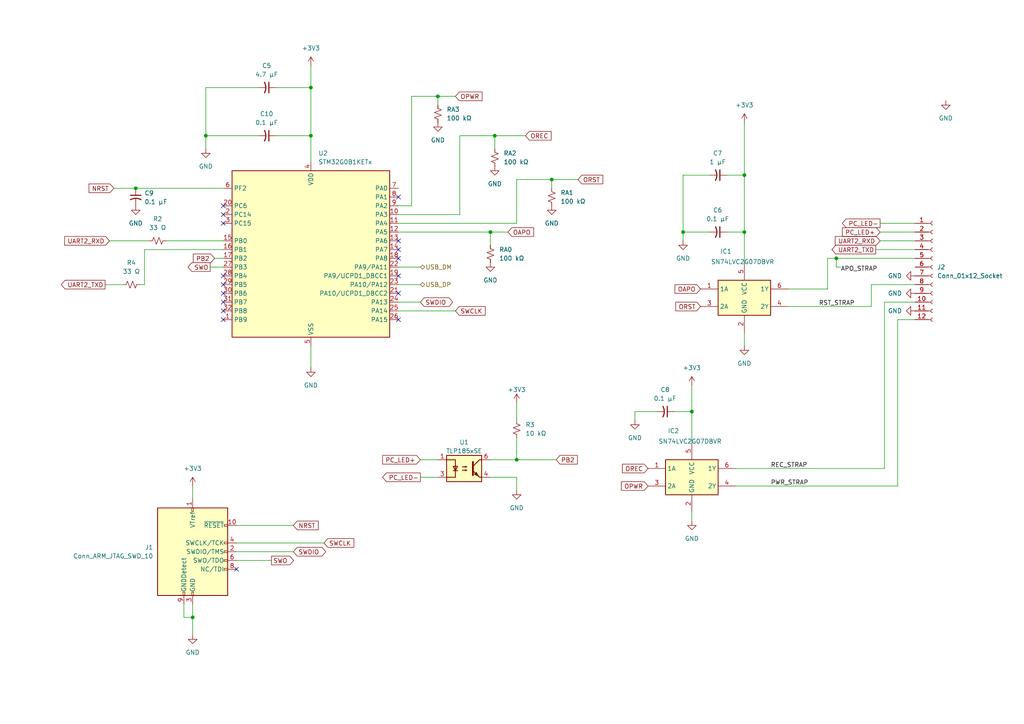
<source format=kicad_sch>
(kicad_sch (version 20250114) (generator "eeschema") (generator_version "9.0")
  (paper "A4")
  (lib_symbols
    (symbol "Connector:Conn_01x12_Socket" (pin_names (offset 1.016) (hide yes))
      (property "Reference" "J" (at 0 15.24 0))
      (property "Value" "Conn_01x12_Socket" (at 0 -17.78 0))
      (symbol "Conn_01x12_Socket_1_1"
        (polyline (pts (xy -1.27 12.7) (xy -0.508 12.7)) (stroke (width 0.1524)))
        (polyline (pts (xy -1.27 10.16) (xy -0.508 10.16)) (stroke (width 0.1524)))
        (polyline (pts (xy -1.27 7.62) (xy -0.508 7.62)) (stroke (width 0.1524)))
        (polyline (pts (xy -1.27 5.08) (xy -0.508 5.08)) (stroke (width 0.1524)))
        (polyline (pts (xy -1.27 2.54) (xy -0.508 2.54)) (stroke (width 0.1524)))
        (polyline (pts (xy -1.27 0) (xy -0.508 0)) (stroke (width 0.1524)))
        (polyline (pts (xy -1.27 -2.54) (xy -0.508 -2.54)) (stroke (width 0.1524)))
        (polyline (pts (xy -1.27 -5.08) (xy -0.508 -5.08)) (stroke (width 0.1524)))
        (polyline (pts (xy -1.27 -7.62) (xy -0.508 -7.62)) (stroke (width 0.1524)))
        (polyline (pts (xy -1.27 -10.16) (xy -0.508 -10.16)) (stroke (width 0.1524)))
        (polyline (pts (xy -1.27 -12.7) (xy -0.508 -12.7)) (stroke (width 0.1524)))
        (polyline (pts (xy -1.27 -15.24) (xy -0.508 -15.24)) (stroke (width 0.1524)))
        (arc (start 0 12.192) (mid -0.5058 12.7) (end 0 13.208) (stroke (width 0.1524)))
        (arc (start 0 9.652) (mid -0.5058 10.16) (end 0 10.668) (stroke (width 0.1524)))
        (arc (start 0 7.112) (mid -0.5058 7.62) (end 0 8.128) (stroke (width 0.1524)))
        (arc (start 0 4.572) (mid -0.5058 5.08) (end 0 5.588) (stroke (width 0.1524)))
        (arc (start 0 2.032) (mid -0.5058 2.54) (end 0 3.048) (stroke (width 0.1524)))
        (arc (start 0 -0.508) (mid -0.5058 0) (end 0 0.508) (stroke (width 0.1524)))
        (arc (start 0 -3.048) (mid -0.5058 -2.54) (end 0 -2.032) (stroke (width 0.1524)))
        (arc (start 0 -5.588) (mid -0.5058 -5.08) (end 0 -4.572) (stroke (width 0.1524)))
        (arc (start 0 -8.128) (mid -0.5058 -7.62) (end 0 -7.112) (stroke (width 0.1524)))
        (arc (start 0 -10.668) (mid -0.5058 -10.16) (end 0 -9.652) (stroke (width 0.1524)))
        (arc (start 0 -13.208) (mid -0.5058 -12.7) (end 0 -12.192) (stroke (width 0.1524)))
        (arc (start 0 -15.748) (mid -0.5058 -15.24) (end 0 -14.732) (stroke (width 0.1524)))
        (pin passive line (at -5.08 12.7 0) (length 3.81) (name "Pin_1") (number "1"))
        (pin passive line (at -5.08 10.16 0) (length 3.81) (name "Pin_2") (number "2"))
        (pin passive line (at -5.08 7.62 0) (length 3.81) (name "Pin_3") (number "3"))
        (pin passive line (at -5.08 5.08 0) (length 3.81) (name "Pin_4") (number "4"))
        (pin passive line (at -5.08 2.54 0) (length 3.81) (name "Pin_5") (number "5"))
        (pin passive line (at -5.08 0 0) (length 3.81) (name "Pin_6") (number "6"))
        (pin passive line (at -5.08 -2.54 0) (length 3.81) (name "Pin_7") (number "7"))
        (pin passive line (at -5.08 -5.08 0) (length 3.81) (name "Pin_8") (number "8"))
        (pin passive line (at -5.08 -7.62 0) (length 3.81) (name "Pin_9") (number "9"))
        (pin passive line (at -5.08 -10.16 0) (length 3.81) (name "Pin_10") (number "10"))
        (pin passive line (at -5.08 -12.7 0) (length 3.81) (name "Pin_11") (number "11"))
        (pin passive line (at -5.08 -15.24 0) (length 3.81) (name "Pin_12") (number "12"))
      )
    )
    (symbol "Connector:Conn_ARM_JTAG_SWD_10" (pin_names (offset 1.016))
      (property "Reference" "J2" (at -11.43 1.2701 0))
      (property "Value" "Conn_ARM_JTAG_SWD_10" (at -11.43 -1.2699 0))
      (symbol "Conn_ARM_JTAG_SWD_10_0_1"
        (rectangle (start -10.16 12.7) (end 10.16 -12.7) (stroke (width 0.254)) (fill (type background)))
        (rectangle (start -2.794 -12.7) (end -2.286 -11.684))
        (rectangle (start -0.254 12.7) (end 0.254 11.684))
        (rectangle (start -0.254 -12.7) (end 0.254 -11.684))
        (rectangle (start 9.144 2.286) (end 10.16 2.794))
        (rectangle (start 10.16 7.874) (end 9.144 7.366))
        (rectangle (start 10.16 -0.254) (end 9.144 0.254))
        (rectangle (start 10.16 -2.794) (end 9.144 -2.286))
      )
      (symbol "Conn_ARM_JTAG_SWD_10_1_1"
        (rectangle (start 9.144 -5.334) (end 10.16 -4.826))
        (pin no_connect line (at -10.16 0 0) (length 2.54) (hide yes) (name "KEY") (number "7"))
        (pin passive line (at -2.54 -15.24 90) (length 2.54) (name "GNDDetect") (number "9"))
        (pin power_in line (at 0 15.24 270) (length 2.54) (name "VTref") (number "1"))
        (pin power_in line (at 0 -15.24 90) (length 2.54) (name "GND") (number "3"))
        (pin passive line (at 0 -15.24 90) (length 2.54) (hide yes) (name "GND") (number "5"))
        (pin open_collector line (at 12.7 7.62 180) (length 2.54) (name "~{RESET}") (number "10"))
        (pin output line (at 12.7 2.54 180) (length 2.54) (name "SWCLK/TCK") (number "4"))
        (pin bidirectional line (at 12.7 0 180) (length 2.54) (name "SWDIO/TMS") (number "2"))
        (pin input line (at 12.7 -2.54 180) (length 2.54) (name "SWO/TDO") (number "6"))
        (pin output line (at 12.7 -5.08 180) (length 2.54) (name "NC/TDI") (number "8"))
      )
    )
    (symbol "Device:C_Small_US" (pin_numbers (hide yes)) (pin_names (offset 0.254) (hide yes))
      (property "Reference" "C" (at 0.254 1.778 0))
      (property "Value" "C_Small_US" (at 0.254 -2.032 0))
      (symbol "C_Small_US_0_1"
        (polyline (pts (xy -1.524 0.508) (xy 1.524 0.508)) (stroke (width 0.3048)))
        (arc (start -1.524 -0.762) (mid 0 -0.3734) (end 1.524 -0.762) (stroke (width 0.3048)))
      )
      (symbol "C_Small_US_1_1"
        (pin passive line (at 0 2.54 270) (length 2.032) (name "~") (number "1"))
        (pin passive line (at 0 -2.54 90) (length 2.032) (name "~") (number "2"))
      )
    )
    (symbol "Device:R_Small_US" (pin_numbers (hide yes)) (pin_names (offset 0.254) (hide yes))
      (property "Reference" "R" (at 0.762 0.508 0))
      (property "Value" "R_Small_US" (at 0.762 -1.016 0))
      (symbol "R_Small_US_1_1"
        (polyline (pts (xy 0 1.524) (xy 1.016 1.143) (xy 0 0.762) (xy -1.016 0.381) (xy 0 0)))
        (polyline (pts (xy 0 0) (xy 1.016 -0.381) (xy 0 -0.762) (xy -1.016 -1.143) (xy 0 -1.524)))
        (pin passive line (at 0 2.54 270) (length 1.016) (name "~") (number "1"))
        (pin passive line (at 0 -2.54 90) (length 1.016) (name "~") (number "2"))
      )
    )
    (symbol "Isolator:TLP185xSE"
      (property "Reference" "U" (at -5.08 5.08 0))
      (property "Value" "TLP185xSE" (at -5.08 -5.08 0))
      (symbol "TLP185xSE_0_1"
        (rectangle (start -5.08 3.81) (end 5.08 -3.81) (stroke (width 0.254)) (fill (type background)))
        (polyline (pts (xy -5.08 -2.54) (xy -2.54 -2.54) (xy -2.54 2.54) (xy -5.08 2.54)) (stroke (width 0.254)))
        (polyline (pts (xy -3.175 -0.635) (xy -1.905 -0.635)) (stroke (width 0.254)))
        (polyline (pts (xy -2.54 -0.635) (xy -3.175 0.635) (xy -1.905 0.635) (xy -2.54 -0.635)) (stroke (width 0.254)))
        (polyline (pts (xy -0.508 0.508) (xy 0.762 0.508) (xy 0.381 0.381) (xy 0.381 0.635) (xy 0.762 0.508)) (stroke (width 0.254)))
        (polyline (pts (xy -0.508 -0.508) (xy 0.762 -0.508) (xy 0.381 -0.635) (xy 0.381 -0.381) (xy 0.762 -0.508)) (stroke (width 0.254)))
        (polyline (pts (xy 2.54 1.905) (xy 2.54 -1.905)) (stroke (width 0.508)))
        (polyline (pts (xy 3.048 -1.651) (xy 3.556 -1.143) (xy 4.064 -2.159) (xy 3.048 -1.651)) (stroke (width 0.254)) (fill (type outline)))
        (polyline (pts (xy 5.08 2.54) (xy 4.445 2.54) (xy 2.54 0.635)) (stroke (width 0.254)))
        (polyline (pts (xy 5.08 -2.54) (xy 4.445 -2.54) (xy 2.54 -0.635)) (stroke (width 0.254)))
      )
      (symbol "TLP185xSE_1_1"
        (pin passive line (at -7.62 2.54 0) (length 2.54) (name "~") (number "1"))
        (pin passive line (at -7.62 -2.54 0) (length 2.54) (name "~") (number "3"))
        (pin passive line (at 7.62 2.54 180) (length 2.54) (name "~") (number "6"))
        (pin passive line (at 7.62 -2.54 180) (length 2.54) (name "~") (number "4"))
      )
    )
    (symbol "MCU_ST_STM32G0:STM32G0B1KETx"
      (property "Reference" "U" (at -22.86 26.67 0))
      (property "Value" "STM32G0B1KETx" (at 2.54 26.67 0))
      (symbol "STM32G0B1KETx_0_1"
        (rectangle (start -22.86 -22.86) (end 22.86 25.4) (stroke (width 0.254)) (fill (type background)))
      )
      (symbol "STM32G0B1KETx_1_1"
        (pin bidirectional line (at -25.4 20.32 0) (length 2.54) (name "PF2") (number "6"))
        (pin bidirectional line (at -25.4 15.24 0) (length 2.54) (name "PC6") (number "20"))
        (pin bidirectional line (at -25.4 12.7 0) (length 2.54) (name "PC14") (number "2"))
        (pin bidirectional line (at -25.4 10.16 0) (length 2.54) (name "PC15") (number "3"))
        (pin bidirectional line (at -25.4 5.08 0) (length 2.54) (name "PB0") (number "15"))
        (pin bidirectional line (at -25.4 2.54 0) (length 2.54) (name "PB1") (number "16"))
        (pin bidirectional line (at -25.4 0 0) (length 2.54) (name "PB2") (number "17"))
        (pin bidirectional line (at -25.4 -2.54 0) (length 2.54) (name "PB3") (number "27"))
        (pin bidirectional line (at -25.4 -5.08 0) (length 2.54) (name "PB4") (number "28"))
        (pin bidirectional line (at -25.4 -7.62 0) (length 2.54) (name "PB5") (number "29"))
        (pin bidirectional line (at -25.4 -10.16 0) (length 2.54) (name "PB6") (number "30"))
        (pin bidirectional line (at -25.4 -12.7 0) (length 2.54) (name "PB7") (number "31"))
        (pin bidirectional line (at -25.4 -15.24 0) (length 2.54) (name "PB8") (number "32"))
        (pin bidirectional line (at -25.4 -17.78 0) (length 2.54) (name "PB9") (number "1"))
        (pin power_in line (at 0 27.94 270) (length 2.54) (name "VDD") (number "4"))
        (pin power_in line (at 0 -25.4 90) (length 2.54) (name "VSS") (number "5"))
        (pin bidirectional line (at 25.4 20.32 180) (length 2.54) (name "PA0") (number "7"))
        (pin bidirectional line (at 25.4 17.78 180) (length 2.54) (name "PA1") (number "8"))
        (pin bidirectional line (at 25.4 15.24 180) (length 2.54) (name "PA2") (number "9"))
        (pin bidirectional line (at 25.4 12.7 180) (length 2.54) (name "PA3") (number "10"))
        (pin bidirectional line (at 25.4 10.16 180) (length 2.54) (name "PA4") (number "11"))
        (pin bidirectional line (at 25.4 7.62 180) (length 2.54) (name "PA5") (number "12"))
        (pin bidirectional line (at 25.4 5.08 180) (length 2.54) (name "PA6") (number "13"))
        (pin bidirectional line (at 25.4 2.54 180) (length 2.54) (name "PA7") (number "14"))
        (pin bidirectional line (at 25.4 0 180) (length 2.54) (name "PA8") (number "18"))
        (pin bidirectional line (at 25.4 -2.54 180) (length 2.54) (name "PA9/PA11") (number "22"))
        (pin bidirectional line (at 25.4 -5.08 180) (length 2.54) (name "PA9/UCPD1_DBCC1") (number "19"))
        (pin bidirectional line (at 25.4 -7.62 180) (length 2.54) (name "PA10/PA12") (number "23"))
        (pin bidirectional line (at 25.4 -10.16 180) (length 2.54) (name "PA10/UCPD1_DBCC2") (number "21"))
        (pin bidirectional line (at 25.4 -12.7 180) (length 2.54) (name "PA13") (number "24"))
        (pin bidirectional line (at 25.4 -15.24 180) (length 2.54) (name "PA14") (number "25"))
        (pin bidirectional line (at 25.4 -17.78 180) (length 2.54) (name "PA15") (number "26"))
      )
    )
    (symbol "SN74LVC2G07DBVR_1"
      (property "Reference" "IC1" (at 7.366 9.906 0))
      (property "Value" "SN74LVC2G07DBVR" (at 12.192 6.858 0))
      (symbol "SN74LVC2G07DBVR_1_1_1"
        (rectangle (start 5.08 2.54) (end 20.32 -7.62) (stroke (width 0.254)) (fill (type background)))
        (pin passive line (at 0 0 0) (length 5.08) (name "1A") (number "1"))
        (pin passive line (at 0 -5.08 0) (length 5.08) (name "2A") (number "3"))
        (pin passive line (at 12.7 7.62 270) (length 5.08) (name "VCC") (number "5"))
        (pin passive line (at 12.7 -12.7 90) (length 5.08) (name "GND") (number "2"))
        (pin passive line (at 25.4 0 180) (length 5.08) (name "1Y") (number "6"))
        (pin passive line (at 25.4 -5.08 180) (length 5.08) (name "2Y") (number "4"))
      )
    )
    (symbol "power:+3V3" (power) (pin_numbers (hide yes)) (pin_names (offset 0) (hide yes))
      (property "Value" "+3V3" (at 0 3.556 0))
      (symbol "+3V3_0_1"
        (polyline (pts (xy -0.762 1.27) (xy 0 2.54)))
        (polyline (pts (xy 0 2.54) (xy 0.762 1.27)))
        (polyline (pts (xy 0 0) (xy 0 2.54)))
      )
      (symbol "+3V3_1_1"
        (pin power_in line (at 0 0 90) (length 0) (name "~") (number "1"))
      )
    )
    (symbol "power:GND" (power) (pin_numbers (hide yes)) (pin_names (offset 0) (hide yes))
      (property "Value" "GND" (at 0 -3.81 0))
      (symbol "GND_0_1"
        (polyline (pts (xy 0 0) (xy 0 -1.27) (xy 1.27 -1.27) (xy 0 -2.54) (xy -1.27 -1.27) (xy 0 -1.27)))
      )
      (symbol "GND_1_1"
        (pin power_in line (at 0 0 270) (length 0) (name "~") (number "1"))
      )
    )
  )
  (junction (at 242.57 74.93))
  (junction (at 90.17 39.37))
  (junction (at 143.51 39.37))
  (junction (at 127 27.94))
  (junction (at 160.02 52.07))
  (junction (at 200.66 119.38))
  (junction (at 149.86 133.35))
  (junction (at 142.24 67.31))
  (junction (at 215.9 50.8))
  (junction (at 55.88 179.07))
  (junction (at 39.37 54.61))
  (junction (at 90.17 25.4))
  (junction (at 215.9 67.31))
  (junction (at 59.69 39.37))
  (junction (at 198.12 67.31))
  (no_connect (at 115.57 72.39))
  (no_connect (at 64.77 80.01))
  (no_connect (at 115.57 57.15))
  (no_connect (at 115.57 69.85))
  (no_connect (at 64.77 62.23))
  (no_connect (at 115.57 92.71))
  (no_connect (at 64.77 59.69))
  (no_connect (at 64.77 92.71))
  (no_connect (at 64.77 87.63))
  (no_connect (at 115.57 80.01))
  (no_connect (at 68.58 165.1))
  (no_connect (at 64.77 64.77))
  (no_connect (at 64.77 85.09))
  (no_connect (at 64.77 90.17))
  (no_connect (at 64.77 82.55))
  (no_connect (at 115.57 85.09))
  (no_connect (at 115.57 74.93))
  (wire (pts (xy 149.86 133.35) (xy 161.29 133.35)))
  (wire (pts (xy 215.9 96.52) (xy 215.9 100.33)))
  (wire (pts (xy 198.12 67.31) (xy 205.74 67.31)))
  (wire (pts (xy 200.66 111.76) (xy 200.66 119.38)))
  (wire (pts (xy 142.24 138.43) (xy 149.86 138.43)))
  (wire (pts (xy 127 27.94) (xy 127 30.48)))
  (wire (pts (xy 160.02 52.07) (xy 160.02 54.61)))
  (wire (pts (xy 48.26 69.85) (xy 64.77 69.85)))
  (wire (pts (xy 198.12 69.85) (xy 198.12 67.31)))
  (wire (pts (xy 90.17 19.05) (xy 90.17 25.4)))
  (wire (pts (xy 115.57 67.31) (xy 142.24 67.31)))
  (wire (pts (xy 115.57 59.69) (xy 119.38 59.69)))
  (wire (pts (xy 80.01 39.37) (xy 90.17 39.37)))
  (wire (pts (xy 119.38 27.94) (xy 119.38 59.69)))
  (wire (pts (xy 115.57 87.63) (xy 121.92 87.63)))
  (wire (pts (xy 115.57 82.55) (xy 121.92 82.55)))
  (wire (pts (xy 252.73 88.9) (xy 252.73 82.55)))
  (wire (pts (xy 143.51 39.37) (xy 152.4 39.37)))
  (wire (pts (xy 62.23 74.93) (xy 64.77 74.93)))
  (wire (pts (xy 119.38 27.94) (xy 127 27.94)))
  (wire (pts (xy 242.57 77.47) (xy 242.57 74.93)))
  (wire (pts (xy 115.57 62.23) (xy 133.35 62.23)))
  (wire (pts (xy 142.24 133.35) (xy 149.86 133.35)))
  (wire (pts (xy 228.6 88.9) (xy 252.73 88.9)))
  (wire (pts (xy 252.73 82.55) (xy 265.43 82.55)))
  (wire (pts (xy 115.57 77.47) (xy 121.92 77.47)))
  (wire (pts (xy 133.35 39.37) (xy 143.51 39.37)))
  (wire (pts (xy 149.86 138.43) (xy 149.86 142.24)))
  (wire (pts (xy 121.92 133.35) (xy 127 133.35)))
  (wire (pts (xy 210.82 67.31) (xy 215.9 67.31)))
  (wire (pts (xy 243.84 77.47) (xy 242.57 77.47)))
  (wire (pts (xy 240.03 83.82) (xy 228.6 83.82)))
  (wire (pts (xy 115.57 64.77) (xy 149.86 64.77)))
  (wire (pts (xy 53.34 179.07) (xy 55.88 179.07)))
  (wire (pts (xy 215.9 35.56) (xy 215.9 50.8)))
  (wire (pts (xy 142.24 67.31) (xy 142.24 71.12)))
  (wire (pts (xy 242.57 74.93) (xy 265.43 74.93)))
  (wire (pts (xy 41.91 82.55) (xy 41.91 72.39)))
  (wire (pts (xy 127 27.94) (xy 132.08 27.94)))
  (wire (pts (xy 184.15 119.38) (xy 190.5 119.38)))
  (wire (pts (xy 256.54 87.63) (xy 265.43 87.63)))
  (wire (pts (xy 68.58 157.48) (xy 93.98 157.48)))
  (wire (pts (xy 115.57 90.17) (xy 132.08 90.17)))
  (wire (pts (xy 55.88 179.07) (xy 55.88 184.15)))
  (wire (pts (xy 59.69 39.37) (xy 59.69 43.18)))
  (wire (pts (xy 33.02 54.61) (xy 39.37 54.61)))
  (wire (pts (xy 149.86 116.84) (xy 149.86 121.92)))
  (wire (pts (xy 215.9 50.8) (xy 215.9 67.31)))
  (wire (pts (xy 68.58 162.56) (xy 78.74 162.56)))
  (wire (pts (xy 40.64 82.55) (xy 41.91 82.55)))
  (wire (pts (xy 80.01 25.4) (xy 90.17 25.4)))
  (wire (pts (xy 68.58 152.4) (xy 85.09 152.4)))
  (wire (pts (xy 68.58 160.02) (xy 85.09 160.02)))
  (wire (pts (xy 213.36 140.97) (xy 260.35 140.97)))
  (wire (pts (xy 256.54 135.89) (xy 256.54 87.63)))
  (wire (pts (xy 90.17 100.33) (xy 90.17 106.68)))
  (wire (pts (xy 133.35 62.23) (xy 133.35 39.37)))
  (wire (pts (xy 198.12 50.8) (xy 198.12 67.31)))
  (wire (pts (xy 121.92 138.43) (xy 127 138.43)))
  (wire (pts (xy 74.93 25.4) (xy 59.69 25.4)))
  (wire (pts (xy 74.93 39.37) (xy 59.69 39.37)))
  (wire (pts (xy 215.9 50.8) (xy 210.82 50.8)))
  (wire (pts (xy 39.37 54.61) (xy 64.77 54.61)))
  (wire (pts (xy 55.88 175.26) (xy 55.88 179.07)))
  (wire (pts (xy 31.75 69.85) (xy 43.18 69.85)))
  (wire (pts (xy 254 72.39) (xy 265.43 72.39)))
  (wire (pts (xy 149.86 52.07) (xy 160.02 52.07)))
  (wire (pts (xy 200.66 148.59) (xy 200.66 151.13)))
  (wire (pts (xy 53.34 175.26) (xy 53.34 179.07)))
  (wire (pts (xy 184.15 121.92) (xy 184.15 119.38)))
  (wire (pts (xy 260.35 92.71) (xy 265.43 92.71)))
  (wire (pts (xy 149.86 64.77) (xy 149.86 52.07)))
  (wire (pts (xy 60.96 77.47) (xy 64.77 77.47)))
  (wire (pts (xy 240.03 74.93) (xy 240.03 83.82)))
  (wire (pts (xy 90.17 39.37) (xy 90.17 46.99)))
  (wire (pts (xy 160.02 52.07) (xy 167.64 52.07)))
  (wire (pts (xy 90.17 25.4) (xy 90.17 39.37)))
  (wire (pts (xy 200.66 119.38) (xy 200.66 128.27)))
  (wire (pts (xy 255.27 64.77) (xy 265.43 64.77)))
  (wire (pts (xy 59.69 25.4) (xy 59.69 39.37)))
  (wire (pts (xy 255.27 69.85) (xy 265.43 69.85)))
  (wire (pts (xy 213.36 135.89) (xy 256.54 135.89)))
  (wire (pts (xy 195.58 119.38) (xy 200.66 119.38)))
  (wire (pts (xy 30.48 82.55) (xy 35.56 82.55)))
  (wire (pts (xy 55.88 140.97) (xy 55.88 144.78)))
  (wire (pts (xy 240.03 74.93) (xy 242.57 74.93)))
  (wire (pts (xy 41.91 72.39) (xy 64.77 72.39)))
  (wire (pts (xy 205.74 50.8) (xy 198.12 50.8)))
  (wire (pts (xy 255.27 67.31) (xy 265.43 67.31)))
  (wire (pts (xy 215.9 67.31) (xy 215.9 76.2)))
  (wire (pts (xy 142.24 67.31) (xy 147.32 67.31)))
  (wire (pts (xy 260.35 140.97) (xy 260.35 92.71)))
  (wire (pts (xy 143.51 39.37) (xy 143.51 43.18)))
  (wire (pts (xy 149.86 127) (xy 149.86 133.35)))
  (label "PWR_STRAP" (at 223.52 140.97 0))
  (label "APO_STRAP" (at 243.84 77.47 0))
  (label "REC_STRAP" (at 223.52 135.89 0))
  (label "RST_STRAP" (at 237.49 88.9 0))
  (global_label "UART2_RXD" (shape input) (at 31.75 69.85 180) (property "Intersheetrefs" "${INTERSHEET_REFS}" (effects (hide yes))))
  (global_label "OREC" (shape input) (at 152.4 39.37 0) (property "Intersheetrefs" "${INTERSHEET_REFS}" (effects (hide yes))))
  (global_label "SWCLK" (shape input) (at 132.08 90.17 0) (property "Intersheetrefs" "${INTERSHEET_REFS}" (effects (hide yes))))
  (global_label "UART2_TXD" (shape output) (at 30.48 82.55 180) (property "Intersheetrefs" "${INTERSHEET_REFS}" (effects (hide yes))))
  (global_label "SWDIO" (shape bidirectional) (at 85.09 160.02 0) (property "Intersheetrefs" "${INTERSHEET_REFS}" (effects (hide yes))))
  (global_label "SWO" (shape output) (at 78.74 162.56 0) (property "Intersheetrefs" "${INTERSHEET_REFS}" (effects (hide yes))))
  (global_label "SWO" (shape output) (at 60.96 77.47 180) (property "Intersheetrefs" "${INTERSHEET_REFS}" (effects (hide yes))))
  (global_label "PC_LED-" (shape output) (at 121.92 138.43 180) (property "Intersheetrefs" "${INTERSHEET_REFS}" (effects (hide yes))))
  (global_label "ORST" (shape input) (at 203.2 88.9 180) (property "Intersheetrefs" "${INTERSHEET_REFS}" (effects (hide yes))))
  (global_label "NRST" (shape input) (at 33.02 54.61 180) (property "Intersheetrefs" "${INTERSHEET_REFS}" (effects (hide yes))))
  (global_label "OPWR" (shape input) (at 187.96 140.97 180) (property "Intersheetrefs" "${INTERSHEET_REFS}" (effects (hide yes))))
  (global_label "ORST" (shape input) (at 167.64 52.07 0) (property "Intersheetrefs" "${INTERSHEET_REFS}" (effects (hide yes))))
  (global_label "SWDIO" (shape bidirectional) (at 121.92 87.63 0) (property "Intersheetrefs" "${INTERSHEET_REFS}" (effects (hide yes))))
  (global_label "SWCLK" (shape input) (at 93.98 157.48 0) (property "Intersheetrefs" "${INTERSHEET_REFS}" (effects (hide yes))))
  (global_label "PB2" (shape input) (at 62.23 74.93 180) (property "Intersheetrefs" "${INTERSHEET_REFS}" (effects (hide yes))))
  (global_label "OAPO" (shape input) (at 147.32 67.31 0) (property "Intersheetrefs" "${INTERSHEET_REFS}" (effects (hide yes))))
  (global_label "PC_LED-" (shape output) (at 255.27 64.77 180) (property "Intersheetrefs" "${INTERSHEET_REFS}" (effects (hide yes))))
  (global_label "PC_LED+" (shape input) (at 121.92 133.35 180) (property "Intersheetrefs" "${INTERSHEET_REFS}" (effects (hide yes))))
  (global_label "PC_LED+" (shape input) (at 255.27 67.31 180) (property "Intersheetrefs" "${INTERSHEET_REFS}" (effects (hide yes))))
  (global_label "OPWR" (shape input) (at 132.08 27.94 0) (property "Intersheetrefs" "${INTERSHEET_REFS}" (effects (hide yes))))
  (global_label "UART2_TXD" (shape output) (at 254 72.39 180) (property "Intersheetrefs" "${INTERSHEET_REFS}" (effects (hide yes))))
  (global_label "OREC" (shape input) (at 187.96 135.89 180) (property "Intersheetrefs" "${INTERSHEET_REFS}" (effects (hide yes))))
  (global_label "NRST" (shape input) (at 85.09 152.4 0) (property "Intersheetrefs" "${INTERSHEET_REFS}" (effects (hide yes))))
  (global_label "UART2_RXD" (shape input) (at 255.27 69.85 180) (property "Intersheetrefs" "${INTERSHEET_REFS}" (effects (hide yes))))
  (global_label "PB2" (shape input) (at 161.29 133.35 0) (property "Intersheetrefs" "${INTERSHEET_REFS}" (effects (hide yes))))
  (global_label "OAPO" (shape input) (at 203.2 83.82 180) (property "Intersheetrefs" "${INTERSHEET_REFS}" (effects (hide yes))))
  (hierarchical_label "USB_DM" (shape bidirectional) (at 121.92 77.47 0))
  (hierarchical_label "USB_DP" (shape bidirectional) (at 121.92 82.55 0))
  (symbol (lib_id "Device:R_Small_US") (at 149.86 124.46 0) (unit 1)
    (property "Reference" "R3" (at 152.4 123.1899 0) (effects (justify left)))
    (property "Value" "10 kΩ" (at 152.4 125.7299 0) (effects (justify left)))
    (property "Footprint" "Resistor_SMD:R_0805_2012Metric_Pad1.20x1.40mm_HandSolder" (effects (hide yes)))
  )
  (symbol (lib_id "Device:R_Small_US") (at 127 33.02 0) (unit 1)
    (property "Reference" "RA3" (at 129.54 31.7499 0) (effects (justify left)))
    (property "Value" "100 kΩ" (at 129.54 34.2899 0) (effects (justify left)))
    (property "Footprint" "Resistor_SMD:R_0805_2012Metric_Pad1.20x1.40mm_HandSolder" (effects (hide yes)))
  )
  (symbol (lib_id "power:GND") (at 59.69 43.18 0) (unit 1)
    (property "Reference" "#PWR020" (effects (hide yes)))
    (property "Value" "GND" (at 59.69 48.26 0))
    (property "Description" "Power symbol creates a global label with name \"GND\" , ground" (effects (hide yes)))
  )
  (symbol (lib_id "Device:R_Small_US") (at 160.02 57.15 0) (unit 1)
    (property "Reference" "RA1" (at 162.56 55.8799 0) (effects (justify left)))
    (property "Value" "100 kΩ" (at 162.56 58.4199 0) (effects (justify left)))
    (property "Footprint" "Resistor_SMD:R_0805_2012Metric_Pad1.20x1.40mm_HandSolder" (effects (hide yes)))
  )
  (symbol (lib_id "power:+3V3") (at 149.86 116.84 0) (unit 1)
    (property "Reference" "#PWR028" (effects (hide yes)))
    (property "Value" "+3V3" (at 149.86 113.03 0))
    (property "Description" "Power symbol creates a global label with name \"+3V3\"" (effects (hide yes)))
  )
  (symbol (lib_id "power:GND") (at 39.37 59.69 0) (unit 1)
    (property "Reference" "#PWR09" (effects (hide yes)))
    (property "Value" "GND" (at 39.37 64.77 0))
    (property "Description" "Power symbol creates a global label with name \"GND\" , ground" (effects (hide yes)))
  )
  (symbol (lib_id "power:GND") (at 143.51 48.26 0) (unit 1)
    (property "Reference" "#PWR012" (effects (hide yes)))
    (property "Value" "GND" (at 143.51 53.34 0))
    (property "Description" "Power symbol creates a global label with name \"GND\" , ground" (effects (hide yes)))
  )
  (symbol (lib_id "Connector:Conn_ARM_JTAG_SWD_10") (at 55.88 160.02 0) (unit 1)
    (property "Reference" "J1" (at 44.45 158.7499 0) (effects (justify right)))
    (property "Value" "Conn_ARM_JTAG_SWD_10" (at 44.45 161.2899 0) (effects (justify right)))
    (property "Footprint" "Connector_PinHeader_1.27mm:PinHeader_2x05_P1.27mm_Vertical" (effects (hide yes)))
    (property "Datasheet" "http://infocenter.arm.com/help/topic/com.arm.doc.ddi0314h/DDI0314H_coresight_components_trm.pdf" (effects (hide yes)))
    (property "Description" "Cortex Debug Connector, standard ARM Cortex-M SWD and JTAG interface" (effects (hide yes)))
  )
  (symbol (lib_id "power:GND") (at 274.32 29.21 0) (unit 1)
    (property "Reference" "#PWR027" (effects (hide yes)))
    (property "Value" "GND" (at 274.32 34.29 0))
    (property "Description" "Power symbol creates a global label with name \"GND\" , ground" (effects (hide yes)))
  )
  (symbol (lib_id "Device:C_Small_US") (at 39.37 57.15 0) (unit 1)
    (property "Reference" "C9" (at 41.91 56.0069 0) (effects (justify left)))
    (property "Value" "0.1 μF" (at 41.91 58.5469 0) (effects (justify left)))
    (property "Footprint" "Capacitor_SMD:C_0603_1608Metric_Pad1.08x0.95mm_HandSolder" (effects (hide yes)))
    (property "Description" "capacitor, small US symbol" (effects (hide yes)))
  )
  (symbol (lib_id "Device:R_Small_US") (at 45.72 69.85 90) (unit 1)
    (property "Reference" "R2" (at 45.72 63.5 90))
    (property "Value" "33 Ω" (at 45.72 66.04 90))
    (property "Footprint" "Resistor_SMD:R_0805_2012Metric_Pad1.20x1.40mm_HandSolder" (effects (hide yes)))
  )
  (symbol (lib_id "power:+3V3") (at 200.66 111.76 0) (unit 1)
    (property "Reference" "#PWR016" (effects (hide yes)))
    (property "Value" "+3V3" (at 200.66 106.68 0))
    (property "Description" "Power symbol creates a global label with name \"+3V3\"" (effects (hide yes)))
  )
  (symbol (lib_id "power:GND") (at 200.66 151.13 0) (unit 1)
    (property "Reference" "#PWR017" (effects (hide yes)))
    (property "Value" "GND" (at 200.66 156.21 0))
    (property "Description" "Power symbol creates a global label with name \"GND\" , ground" (effects (hide yes)))
  )
  (symbol (lib_id "Device:R_Small_US") (at 142.24 73.66 0) (unit 1)
    (property "Reference" "RA0" (at 144.78 72.3899 0) (effects (justify left)))
    (property "Value" "100 kΩ" (at 144.78 74.9299 0) (effects (justify left)))
    (property "Footprint" "Resistor_SMD:R_0805_2012Metric_Pad1.20x1.40mm_HandSolder" (effects (hide yes)))
  )
  (symbol (lib_name "SN74LVC2G07DBVR_1") (lib_id "SamacSys:SN74LVC2G07DBVR") (at 203.2 83.82 0) (unit 1)
    (property "Reference" "IC1" (at 210.566 72.898 0))
    (property "Value" "SN74LVC2G07DBVR" (at 215.392 75.946 0))
    (property "Footprint" "SamacSys:SOT95P280X145-6N" (effects (hide yes)))
    (property "Datasheet" "http://componentsearchengine.com/Datasheets/3/SN74LVC2G07DBVR.pdf" (effects (hide yes)))
    (property "Description" "DUAL BUFFER/DRIVER WITH OPEN-DRAIN OUTPUTS" (effects (hide yes)))
    (property "Height" "1.45" (effects (hide yes)))
    (property "Manufacturer_Name" "Texas Instruments" (effects (hide yes)))
    (property "Manufacturer_Part_Number" "SN74LVC2G07DBVR" (effects (hide yes)))
    (property "Mouser Part Number" "595-SN74LVC2G07DBVR" (effects (hide yes)))
    (property "Mouser Price/Stock" "https://www.mouser.co.uk/ProductDetail/Texas-Instruments/SN74LVC2G07DBVR?qs=FM6NhYOeeBWEr7ZhSeFsUg%3D%3D" (effects (hide yes)))
    (property "Arrow Part Number" "SN74LVC2G07DBVR" (effects (hide yes)))
    (property "Arrow Price/Stock" "https://www.arrow.com/en/products/sn74lvc2g07dbvr/texas-instruments?region=nac" (effects (hide yes)))
  )
  (symbol (lib_id "Device:R_Small_US") (at 38.1 82.55 90) (unit 1)
    (property "Reference" "R4" (at 38.1 76.2 90))
    (property "Value" "33 Ω" (at 38.1 78.74 90))
    (property "Footprint" "Resistor_SMD:R_0805_2012Metric_Pad1.20x1.40mm_HandSolder" (effects (hide yes)))
  )
  (symbol (lib_id "power:GND") (at 198.12 69.85 0) (unit 1)
    (property "Reference" "#PWR018" (effects (hide yes)))
    (property "Value" "GND" (at 198.12 74.93 0))
    (property "Description" "Power symbol creates a global label with name \"GND\" , ground" (effects (hide yes)))
  )
  (symbol (lib_id "power:GND") (at 149.86 142.24 0) (unit 1)
    (property "Reference" "#PWR026" (effects (hide yes)))
    (property "Value" "GND" (at 149.86 147.32 0))
    (property "Description" "Power symbol creates a global label with name \"GND\" , ground" (effects (hide yes)))
  )
  (symbol (lib_name "SN74LVC2G07DBVR_1") (lib_id "SamacSys:SN74LVC2G07DBVR") (at 187.96 135.89 0) (unit 1)
    (property "Reference" "IC2" (at 195.326 124.968 0))
    (property "Value" "SN74LVC2G07DBVR" (at 200.152 128.016 0))
    (property "Footprint" "SamacSys:SOT95P280X145-6N" (effects (hide yes)))
    (property "Datasheet" "http://componentsearchengine.com/Datasheets/3/SN74LVC2G07DBVR.pdf" (effects (hide yes)))
    (property "Description" "DUAL BUFFER/DRIVER WITH OPEN-DRAIN OUTPUTS" (effects (hide yes)))
    (property "Height" "1.45" (effects (hide yes)))
    (property "Manufacturer_Name" "Texas Instruments" (effects (hide yes)))
    (property "Manufacturer_Part_Number" "SN74LVC2G07DBVR" (effects (hide yes)))
    (property "Mouser Part Number" "595-SN74LVC2G07DBVR" (effects (hide yes)))
    (property "Mouser Price/Stock" "https://www.mouser.co.uk/ProductDetail/Texas-Instruments/SN74LVC2G07DBVR?qs=FM6NhYOeeBWEr7ZhSeFsUg%3D%3D" (effects (hide yes)))
    (property "Arrow Part Number" "SN74LVC2G07DBVR" (effects (hide yes)))
    (property "Arrow Price/Stock" "https://www.arrow.com/en/products/sn74lvc2g07dbvr/texas-instruments?region=nac" (effects (hide yes)))
  )
  (symbol (lib_id "power:GND") (at 142.24 76.2 0) (unit 1)
    (property "Reference" "#PWR010" (effects (hide yes)))
    (property "Value" "GND" (at 142.24 81.28 0))
    (property "Description" "Power symbol creates a global label with name \"GND\" , ground" (effects (hide yes)))
  )
  (symbol (lib_id "Device:R_Small_US") (at 143.51 45.72 0) (unit 1)
    (property "Reference" "RA2" (at 146.05 44.4499 0) (effects (justify left)))
    (property "Value" "100 kΩ" (at 146.05 46.9899 0) (effects (justify left)))
    (property "Footprint" "Resistor_SMD:R_0805_2012Metric_Pad1.20x1.40mm_HandSolder" (effects (hide yes)))
  )
  (symbol (lib_id "Device:C_Small_US") (at 193.04 119.38 270) (unit 1)
    (property "Reference" "C8" (at 192.913 113.03 90))
    (property "Value" "0.1 µF" (at 192.913 115.57 90))
    (property "Footprint" "Capacitor_SMD:C_0805_2012Metric_Pad1.18x1.45mm_HandSolder" (effects (hide yes)))
  )
  (symbol (lib_id "power:GND") (at 265.43 80.01 270) (unit 1)
    (property "Reference" "#PWR031" (effects (hide yes)))
    (property "Value" "GND" (at 261.62 80.0099 90) (effects (justify right)))
    (property "Description" "Power symbol creates a global label with name \"GND\" , ground" (effects (hide yes)))
  )
  (symbol (lib_id "power:+3V3") (at 215.9 35.56 0) (unit 1)
    (property "Reference" "#PWR015" (effects (hide yes)))
    (property "Value" "+3V3" (at 215.9 30.48 0))
    (property "Description" "Power symbol creates a global label with name \"+3V3\"" (effects (hide yes)))
  )
  (symbol (lib_id "power:GND") (at 127 35.56 0) (unit 1)
    (property "Reference" "#PWR011" (effects (hide yes)))
    (property "Value" "GND" (at 127 40.64 0))
    (property "Description" "Power symbol creates a global label with name \"GND\" , ground" (effects (hide yes)))
  )
  (symbol (lib_id "power:GND") (at 90.17 106.68 0) (unit 1)
    (property "Reference" "#PWR08" (effects (hide yes)))
    (property "Value" "GND" (at 90.17 111.76 0))
    (property "Description" "Power symbol creates a global label with name \"GND\" , ground" (effects (hide yes)))
  )
  (symbol (lib_id "Isolator:TLP185xSE") (at 134.62 135.89 0) (unit 1)
    (property "Reference" "U1" (at 134.62 128.27 0))
    (property "Value" "TLP185xSE" (at 134.62 130.81 0))
    (property "Footprint" "Package_SO:SOIC-4_4.55x3.7mm_P2.54mm" (effects (hide yes)))
    (property "Datasheet" "https://toshiba.semicon-storage.com/info/docget.jsp?did=14111&prodName=TLP185(SE" (effects (hide yes)))
    (property "Description" "DC Optocoupler, Vce 80V, CTR 50-100%, SOIC-4-6 (MFSOP-4-6)" (effects (hide yes)))
  )
  (symbol (lib_id "power:GND") (at 215.9 100.33 0) (unit 1)
    (property "Reference" "#PWR014" (effects (hide yes)))
    (property "Value" "GND" (at 215.9 105.41 0))
    (property "Description" "Power symbol creates a global label with name \"GND\" , ground" (effects (hide yes)))
  )
  (symbol (lib_id "power:GND") (at 265.43 85.09 270) (unit 1)
    (property "Reference" "#PWR032" (effects (hide yes)))
    (property "Value" "GND" (at 261.62 85.0899 90) (effects (justify right)))
    (property "Description" "Power symbol creates a global label with name \"GND\" , ground" (effects (hide yes)))
  )
  (symbol (lib_id "power:+3V3") (at 55.88 140.97 0) (unit 1)
    (property "Reference" "#PWR06" (effects (hide yes)))
    (property "Value" "+3V3" (at 55.88 135.89 0))
    (property "Description" "Power symbol creates a global label with name \"+3V3\"" (effects (hide yes)))
  )
  (symbol (lib_id "Device:C_Small_US") (at 208.28 50.8 270) (unit 1)
    (property "Reference" "C7" (at 208.153 44.45 90))
    (property "Value" "1 µF" (at 208.153 46.99 90))
    (property "Footprint" "Capacitor_SMD:C_0805_2012Metric_Pad1.18x1.45mm_HandSolder" (effects (hide yes)))
  )
  (symbol (lib_id "Device:C_Small_US") (at 77.47 25.4 270) (unit 1)
    (property "Reference" "C5" (at 77.343 19.05 90))
    (property "Value" "4.7 µF" (at 77.343 21.59 90))
    (property "Footprint" "Capacitor_SMD:C_0805_2012Metric_Pad1.18x1.45mm_HandSolder" (effects (hide yes)))
    (property "Description" "capacitor, small US symbol" (effects (hide yes)))
  )
  (symbol (lib_id "Device:C_Small_US") (at 77.47 39.37 270) (unit 1)
    (property "Reference" "C10" (at 77.343 33.02 90))
    (property "Value" "0.1 μF" (at 77.343 35.56 90))
    (property "Footprint" "Capacitor_SMD:C_0603_1608Metric_Pad1.08x0.95mm_HandSolder" (effects (hide yes)))
    (property "Description" "capacitor, small US symbol" (effects (hide yes)))
  )
  (symbol (lib_id "power:GND") (at 265.43 90.17 270) (unit 1)
    (property "Reference" "#PWR033" (effects (hide yes)))
    (property "Value" "GND" (at 261.62 90.1699 90) (effects (justify right)))
    (property "Description" "Power symbol creates a global label with name \"GND\" , ground" (effects (hide yes)))
  )
  (symbol (lib_id "Device:C_Small_US") (at 208.28 67.31 270) (unit 1)
    (property "Reference" "C6" (at 208.153 60.96 90))
    (property "Value" "0.1 µF" (at 208.153 63.5 90))
    (property "Footprint" "Capacitor_SMD:C_0805_2012Metric_Pad1.18x1.45mm_HandSolder" (effects (hide yes)))
  )
  (symbol (lib_id "power:GND") (at 160.02 59.69 0) (unit 1)
    (property "Reference" "#PWR013" (effects (hide yes)))
    (property "Value" "GND" (at 160.02 64.77 0))
    (property "Description" "Power symbol creates a global label with name \"GND\" , ground" (effects (hide yes)))
  )
  (symbol (lib_id "Connector:Conn_01x12_Socket") (at 270.51 77.47 0) (unit 1)
    (property "Reference" "J2" (at 271.78 77.4699 0) (effects (justify left)))
    (property "Value" "Conn_01x12_Socket" (at 271.78 80.0099 0) (effects (justify left)))
    (property "Footprint" "Connector_PinSocket_2.54mm:PinSocket_1x12_P2.54mm_Horizontal" (effects (hide yes)))
    (property "Description" "Generic connector, single row, 01x12, script generated" (effects (hide yes)))
  )
  (symbol (lib_id "power:+3V3") (at 90.17 19.05 0) (unit 1)
    (property "Reference" "#PWR07" (effects (hide yes)))
    (property "Value" "+3V3" (at 90.17 13.97 0))
    (property "Description" "Power symbol creates a global label with name \"+3V3\"" (effects (hide yes)))
  )
  (symbol (lib_id "power:GND") (at 184.15 121.92 0) (unit 1)
    (property "Reference" "#PWR019" (effects (hide yes)))
    (property "Value" "GND" (at 184.15 127 0))
    (property "Description" "Power symbol creates a global label with name \"GND\" , ground" (effects (hide yes)))
  )
  (symbol (lib_id "MCU_ST_STM32G0:STM32G0B1KETx") (at 90.17 74.93 0) (unit 1)
    (property "Reference" "U2" (at 92.3133 44.45 0) (effects (justify left)))
    (property "Value" "STM32G0B1KETx" (at 92.3133 46.99 0) (effects (justify left)))
    (property "Footprint" "Package_QFP:LQFP-32_7x7mm_P0.8mm" (effects (hide yes)))
    (property "Datasheet" "https://www.st.com/resource/en/datasheet/stm32g0b1ke.pdf" (effects (hide yes)))
    (property "Description" "STMicroelectronics Arm Cortex-M0+ MCU, 512KB flash, 144KB RAM, 64 MHz, 1.7-3.6V, 30 GPIO, LQFP32" (effects (hide yes)))
  )
  (symbol (lib_id "power:GND") (at 55.88 184.15 0) (unit 1)
    (property "Reference" "#PWR05" (effects (hide yes)))
    (property "Value" "GND" (at 55.88 189.23 0))
    (property "Description" "Power symbol creates a global label with name \"GND\" , ground" (effects (hide yes)))
  )
)
</source>
